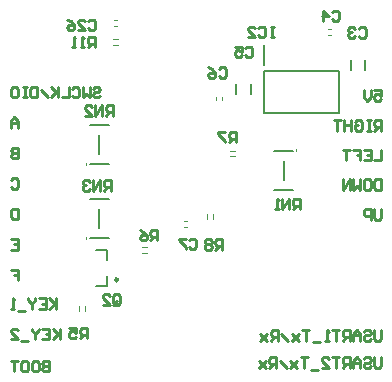
<source format=gbo>
G04*
G04 #@! TF.GenerationSoftware,Altium Limited,Altium Designer,20.0.2 (26)*
G04*
G04 Layer_Color=32896*
%FSLAX25Y25*%
%MOIN*%
G70*
G01*
G75*
%ADD10C,0.00984*%
%ADD11C,0.00787*%
%ADD12C,0.00394*%
%ADD13C,0.01000*%
D10*
X62878Y81921D02*
G03*
X62878Y81921I-492J0D01*
G01*
D11*
X52362Y120472D02*
G03*
X52362Y120079I0J-197D01*
G01*
D02*
G03*
X52362Y120472I0J197D01*
G01*
D02*
G03*
X52362Y120079I0J-197D01*
G01*
Y95866D02*
G03*
X52362Y95472I0J-197D01*
G01*
D02*
G03*
X52362Y95866I0J197D01*
G01*
D02*
G03*
X52362Y95472I0J-197D01*
G01*
X122441Y124803D02*
G03*
X122441Y125197I0J197D01*
G01*
D02*
G03*
X122441Y124803I0J-197D01*
G01*
D02*
G03*
X122441Y125197I0J197D01*
G01*
X53543Y120472D02*
X59842D01*
X56693Y123819D02*
Y130118D01*
X53543Y133465D02*
X59842D01*
X53543Y95866D02*
X59842D01*
X56693Y99213D02*
Y105512D01*
X53543Y108858D02*
X59842D01*
X55693Y79953D02*
X59236D01*
Y83102D01*
X55693Y91764D02*
X59236D01*
Y88614D02*
Y91764D01*
X107087Y143898D02*
Y147047D01*
X102362Y143898D02*
Y147047D01*
X145276Y151969D02*
Y155118D01*
X140551Y151969D02*
Y155118D01*
X111417Y137598D02*
Y151378D01*
Y137598D02*
X136614D01*
Y151378D01*
X111417D02*
X136614D01*
X111417Y153347D02*
Y160236D01*
X114961Y111811D02*
X121260D01*
X118110Y115157D02*
Y121457D01*
X114961Y124803D02*
X121260D01*
D12*
X61614Y168504D02*
X62598D01*
X61614Y166535D02*
X62598D01*
X61221Y162205D02*
X62795D01*
X61221Y160236D02*
X62795D01*
X84842Y101575D02*
X85827D01*
X84842Y99606D02*
X85827D01*
X49803Y71653D02*
Y73228D01*
X51772Y71653D02*
Y73228D01*
X71063Y90748D02*
X72638D01*
X71063Y92716D02*
X72638D01*
X92716Y102165D02*
Y103740D01*
X94685Y102165D02*
Y103740D01*
X100197Y123031D02*
X101772D01*
X100197Y125000D02*
X101772D01*
X95669Y141732D02*
Y142717D01*
X97638Y141732D02*
Y142717D01*
X132874Y163583D02*
X133858D01*
X132874Y165551D02*
X133858D01*
D13*
X150591Y56058D02*
Y53142D01*
X150007Y52559D01*
X148841D01*
X148258Y53142D01*
Y56058D01*
X144759Y55475D02*
X145342Y56058D01*
X146509D01*
X147092Y55475D01*
Y54892D01*
X146509Y54308D01*
X145342D01*
X144759Y53725D01*
Y53142D01*
X145342Y52559D01*
X146509D01*
X147092Y53142D01*
X143593Y52559D02*
Y54892D01*
X142427Y56058D01*
X141260Y54892D01*
Y52559D01*
Y54308D01*
X143593D01*
X140094Y52559D02*
Y56058D01*
X138345D01*
X137761Y55475D01*
Y54308D01*
X138345Y53725D01*
X140094D01*
X138928D02*
X137761Y52559D01*
X136595Y56058D02*
X134263D01*
X135429D01*
Y52559D01*
X130764D02*
X133096D01*
X130764Y54892D01*
Y55475D01*
X131347Y56058D01*
X132513D01*
X133096Y55475D01*
X129597Y51976D02*
X127265D01*
X126099Y56058D02*
X123766D01*
X124932D01*
Y52559D01*
X122600Y54892D02*
X120267Y52559D01*
X121433Y53725D01*
X120267Y54892D01*
X122600Y52559D01*
X119101D02*
X116768Y54892D01*
X115602Y52559D02*
Y56058D01*
X113852D01*
X113269Y55475D01*
Y54308D01*
X113852Y53725D01*
X115602D01*
X114436D02*
X113269Y52559D01*
X112103Y54892D02*
X109770Y52559D01*
X110937Y53725D01*
X109770Y54892D01*
X112103Y52559D01*
X150591Y65113D02*
Y62197D01*
X150007Y61614D01*
X148841D01*
X148258Y62197D01*
Y65113D01*
X144759Y64530D02*
X145342Y65113D01*
X146509D01*
X147092Y64530D01*
Y63947D01*
X146509Y63364D01*
X145342D01*
X144759Y62780D01*
Y62197D01*
X145342Y61614D01*
X146509D01*
X147092Y62197D01*
X143593Y61614D02*
Y63947D01*
X142427Y65113D01*
X141260Y63947D01*
Y61614D01*
Y63364D01*
X143593D01*
X140094Y61614D02*
Y65113D01*
X138345D01*
X137761Y64530D01*
Y63364D01*
X138345Y62780D01*
X140094D01*
X138928D02*
X137761Y61614D01*
X136595Y65113D02*
X134263D01*
X135429D01*
Y61614D01*
X133096D02*
X131930D01*
X132513D01*
Y65113D01*
X133096Y64530D01*
X130181Y61031D02*
X127848D01*
X126682Y65113D02*
X124349D01*
X125515D01*
Y61614D01*
X123183Y63947D02*
X120850Y61614D01*
X122017Y62780D01*
X120850Y63947D01*
X123183Y61614D01*
X119684D02*
X117351Y63947D01*
X116185Y61614D02*
Y65113D01*
X114436D01*
X113852Y64530D01*
Y63364D01*
X114436Y62780D01*
X116185D01*
X115019D02*
X113852Y61614D01*
X112686Y63947D02*
X110354Y61614D01*
X111520Y62780D01*
X110354Y63947D01*
X112686Y61614D01*
X150591Y105467D02*
Y102552D01*
X150007Y101969D01*
X148841D01*
X148258Y102552D01*
Y105467D01*
X147092Y101969D02*
Y105467D01*
X145342D01*
X144759Y104884D01*
Y103718D01*
X145342Y103135D01*
X147092D01*
X150591Y115359D02*
Y111860D01*
X148841D01*
X148258Y112443D01*
Y114776D01*
X148841Y115359D01*
X150591D01*
X145342D02*
X146509D01*
X147092Y114776D01*
Y112443D01*
X146509Y111860D01*
X145342D01*
X144759Y112443D01*
Y114776D01*
X145342Y115359D01*
X143593D02*
Y111860D01*
X142427Y113026D01*
X141260Y111860D01*
Y115359D01*
X140094Y111860D02*
Y115359D01*
X137761Y111860D01*
Y115359D01*
X150591Y125251D02*
Y121752D01*
X148258D01*
X144759Y125251D02*
X147092D01*
Y121752D01*
X144759D01*
X147092Y123501D02*
X145925D01*
X141260Y125251D02*
X143593D01*
Y123501D01*
X142427D01*
X143593D01*
Y121752D01*
X140094Y125251D02*
X137761D01*
X138928D01*
Y121752D01*
X150591Y131644D02*
Y135143D01*
X148841D01*
X148258Y134559D01*
Y133393D01*
X148841Y132810D01*
X150591D01*
X149424D02*
X148258Y131644D01*
X147092Y135143D02*
X145925D01*
X146509D01*
Y131644D01*
X147092D01*
X145925D01*
X141843Y134559D02*
X142427Y135143D01*
X143593D01*
X144176Y134559D01*
Y132227D01*
X143593Y131644D01*
X142427D01*
X141843Y132227D01*
Y133393D01*
X143010D01*
X140677Y135143D02*
Y131644D01*
Y133393D01*
X138345D01*
Y135143D01*
Y131644D01*
X137178Y135143D02*
X134846D01*
X136012D01*
Y131644D01*
X148258Y145034D02*
X150591D01*
Y143285D01*
X149424Y143868D01*
X148841D01*
X148258Y143285D01*
Y142119D01*
X148841Y141535D01*
X150007D01*
X150591Y142119D01*
X147092Y145034D02*
Y142702D01*
X145925Y141535D01*
X144759Y142702D01*
Y145034D01*
X40005Y54877D02*
Y51378D01*
X38256D01*
X37672Y51961D01*
Y52544D01*
X38256Y53127D01*
X40005D01*
X38256D01*
X37672Y53711D01*
Y54294D01*
X38256Y54877D01*
X40005D01*
X34757D02*
X35923D01*
X36506Y54294D01*
Y51961D01*
X35923Y51378D01*
X34757D01*
X34174Y51961D01*
Y54294D01*
X34757Y54877D01*
X31258D02*
X32424D01*
X33007Y54294D01*
Y51961D01*
X32424Y51378D01*
X31258D01*
X30675Y51961D01*
Y54294D01*
X31258Y54877D01*
X29509D02*
X27176D01*
X28342D01*
Y51378D01*
X43504Y65609D02*
Y62110D01*
Y63276D01*
X41171Y65609D01*
X42921Y63859D01*
X41171Y62110D01*
X37672Y65609D02*
X40005D01*
Y62110D01*
X37672D01*
X40005Y63859D02*
X38839D01*
X36506Y65609D02*
Y65026D01*
X35340Y63859D01*
X34174Y65026D01*
Y65609D01*
X35340Y63859D02*
Y62110D01*
X33007Y61527D02*
X30675D01*
X27176Y62110D02*
X29509D01*
X27176Y64442D01*
Y65026D01*
X27759Y65609D01*
X28925D01*
X29509Y65026D01*
X42338Y75757D02*
Y72259D01*
Y73425D01*
X40005Y75757D01*
X41754Y74008D01*
X40005Y72259D01*
X36506Y75757D02*
X38839D01*
Y72259D01*
X36506D01*
X38839Y74008D02*
X37672D01*
X35340Y75757D02*
Y75174D01*
X34174Y74008D01*
X33007Y75174D01*
Y75757D01*
X34174Y74008D02*
Y72259D01*
X31841Y71675D02*
X29509D01*
X28342Y72259D02*
X27176D01*
X27759D01*
Y75757D01*
X28342Y75174D01*
X27176Y85323D02*
X29509D01*
Y83574D01*
X28342D01*
X29509D01*
Y81824D01*
X27176Y95472D02*
X29509D01*
Y91973D01*
X27176D01*
X29509Y93722D02*
X28342D01*
X29509Y105621D02*
Y102122D01*
X27759D01*
X27176Y102705D01*
Y105037D01*
X27759Y105621D01*
X29509D01*
X27176Y115186D02*
X27759Y115769D01*
X28925D01*
X29509Y115186D01*
Y112854D01*
X28925Y112270D01*
X27759D01*
X27176Y112854D01*
X29509Y125918D02*
Y122419D01*
X27759D01*
X27176Y123002D01*
Y123585D01*
X27759Y124169D01*
X29509D01*
X27759D01*
X27176Y124752D01*
Y125335D01*
X27759Y125918D01*
X29509D01*
Y132568D02*
Y134900D01*
X28342Y136067D01*
X27176Y134900D01*
Y132568D01*
Y134317D01*
X29509D01*
X54584Y145632D02*
X55167Y146215D01*
X56333D01*
X56916Y145632D01*
Y145049D01*
X56333Y144466D01*
X55167D01*
X54584Y143883D01*
Y143300D01*
X55167Y142717D01*
X56333D01*
X56916Y143300D01*
X53417Y146215D02*
Y142717D01*
X52251Y143883D01*
X51085Y142717D01*
Y146215D01*
X47586Y145632D02*
X48169Y146215D01*
X49335D01*
X49918Y145632D01*
Y143300D01*
X49335Y142717D01*
X48169D01*
X47586Y143300D01*
X46420Y146215D02*
Y142717D01*
X44087D01*
X42921Y146215D02*
Y142717D01*
Y143883D01*
X40588Y146215D01*
X42338Y144466D01*
X40588Y142717D01*
X39422D02*
X37089Y145049D01*
X35923Y146215D02*
Y142717D01*
X34174D01*
X33590Y143300D01*
Y145632D01*
X34174Y146215D01*
X35923D01*
X32424D02*
X31258D01*
X31841D01*
Y142717D01*
X32424D01*
X31258D01*
X27759Y146215D02*
X28925D01*
X29509Y145632D01*
Y143300D01*
X28925Y142717D01*
X27759D01*
X27176Y143300D01*
Y145632D01*
X27759Y146215D01*
X55118Y159449D02*
Y162948D01*
X53369D01*
X52785Y162364D01*
Y161198D01*
X53369Y160615D01*
X55118D01*
X53952D02*
X52785Y159449D01*
X51619D02*
X50453D01*
X51036D01*
Y162948D01*
X51619Y162364D01*
X48704Y159449D02*
X47537D01*
X48120D01*
Y162948D01*
X48704Y162364D01*
X52982Y168073D02*
X53566Y168656D01*
X54732D01*
X55315Y168073D01*
Y165741D01*
X54732Y165157D01*
X53566D01*
X52982Y165741D01*
X49483Y165157D02*
X51816D01*
X49483Y167490D01*
Y168073D01*
X50067Y168656D01*
X51233D01*
X51816Y168073D01*
X45985Y168656D02*
X47151Y168073D01*
X48317Y166907D01*
Y165741D01*
X47734Y165157D01*
X46568D01*
X45985Y165741D01*
Y166324D01*
X46568Y166907D01*
X48317D01*
X97638Y91929D02*
Y95428D01*
X95888D01*
X95305Y94845D01*
Y93679D01*
X95888Y93095D01*
X97638D01*
X96472D02*
X95305Y91929D01*
X94139Y94845D02*
X93556Y95428D01*
X92390D01*
X91806Y94845D01*
Y94262D01*
X92390Y93679D01*
X91806Y93095D01*
Y92512D01*
X92390Y91929D01*
X93556D01*
X94139Y92512D01*
Y93095D01*
X93556Y93679D01*
X94139Y94262D01*
Y94845D01*
X93556Y93679D02*
X92390D01*
X86644Y95042D02*
X87227Y95625D01*
X88393D01*
X88976Y95042D01*
Y92709D01*
X88393Y92126D01*
X87227D01*
X86644Y92709D01*
X85478Y95625D02*
X83145D01*
Y95042D01*
X85478Y92709D01*
Y92126D01*
X60433Y111614D02*
Y115113D01*
X58684D01*
X58100Y114530D01*
Y113364D01*
X58684Y112780D01*
X60433D01*
X59267D02*
X58100Y111614D01*
X56934D02*
Y115113D01*
X54602Y111614D01*
Y115113D01*
X53435Y114530D02*
X52852Y115113D01*
X51686D01*
X51103Y114530D01*
Y113947D01*
X51686Y113364D01*
X52269D01*
X51686D01*
X51103Y112780D01*
Y112197D01*
X51686Y111614D01*
X52852D01*
X53435Y112197D01*
X61221Y136614D02*
Y140113D01*
X59471D01*
X58888Y139530D01*
Y138364D01*
X59471Y137780D01*
X61221D01*
X60054D02*
X58888Y136614D01*
X57722D02*
Y140113D01*
X55389Y136614D01*
Y140113D01*
X51890Y136614D02*
X54223D01*
X51890Y138947D01*
Y139530D01*
X52473Y140113D01*
X53640D01*
X54223Y139530D01*
X123425Y105512D02*
Y109011D01*
X121676D01*
X121093Y108428D01*
Y107261D01*
X121676Y106678D01*
X123425D01*
X122259D02*
X121093Y105512D01*
X119926D02*
Y109011D01*
X117594Y105512D01*
Y109011D01*
X116428Y105512D02*
X115261D01*
X115844D01*
Y109011D01*
X116428Y108428D01*
X75984Y95079D02*
Y98578D01*
X74235D01*
X73652Y97995D01*
Y96828D01*
X74235Y96245D01*
X75984D01*
X74818D02*
X73652Y95079D01*
X70153Y98578D02*
X71319Y97995D01*
X72485Y96828D01*
Y95662D01*
X71902Y95079D01*
X70736D01*
X70153Y95662D01*
Y96245D01*
X70736Y96828D01*
X72485D01*
X52559Y62402D02*
Y65900D01*
X50810D01*
X50226Y65317D01*
Y64151D01*
X50810Y63568D01*
X52559D01*
X51393D02*
X50226Y62402D01*
X46728Y65900D02*
X49060D01*
Y64151D01*
X47894Y64734D01*
X47311D01*
X46728Y64151D01*
Y62985D01*
X47311Y62402D01*
X48477D01*
X49060Y62985D01*
X102165Y127756D02*
Y131255D01*
X100416D01*
X99833Y130672D01*
Y129505D01*
X100416Y128922D01*
X102165D01*
X100999D02*
X99833Y127756D01*
X98667Y131255D02*
X96334D01*
Y130672D01*
X98667Y128339D01*
Y127756D01*
X61250Y74205D02*
Y76538D01*
X61833Y77121D01*
X62999D01*
X63583Y76538D01*
Y74205D01*
X62999Y73622D01*
X61833D01*
X62416Y74788D02*
X61250Y73622D01*
X61833D02*
X61250Y74205D01*
X57751Y73622D02*
X60084D01*
X57751Y75955D01*
Y76538D01*
X58334Y77121D01*
X59501D01*
X60084Y76538D01*
X114961Y166294D02*
X113794D01*
X114377D01*
Y162795D01*
X114961D01*
X113794D01*
X109712Y165711D02*
X110295Y166294D01*
X111462D01*
X112045Y165711D01*
Y163378D01*
X111462Y162795D01*
X110295D01*
X109712Y163378D01*
X106213Y162795D02*
X108546D01*
X106213Y165128D01*
Y165711D01*
X106797Y166294D01*
X107963D01*
X108546Y165711D01*
X96486Y152128D02*
X97070Y152711D01*
X98236D01*
X98819Y152128D01*
Y149796D01*
X98236Y149213D01*
X97070D01*
X96486Y149796D01*
X92988Y152711D02*
X94154Y152128D01*
X95320Y150962D01*
Y149796D01*
X94737Y149213D01*
X93571D01*
X92988Y149796D01*
Y150379D01*
X93571Y150962D01*
X95320D01*
X105345Y159018D02*
X105928Y159601D01*
X107094D01*
X107677Y159018D01*
Y156685D01*
X107094Y156102D01*
X105928D01*
X105345Y156685D01*
X101846Y159601D02*
X104178D01*
Y157852D01*
X103012Y158435D01*
X102429D01*
X101846Y157852D01*
Y156685D01*
X102429Y156102D01*
X103595D01*
X104178Y156685D01*
X134282Y171026D02*
X134865Y171609D01*
X136031D01*
X136614Y171026D01*
Y168693D01*
X136031Y168110D01*
X134865D01*
X134282Y168693D01*
X131366Y168110D02*
Y171609D01*
X133115Y169860D01*
X130783D01*
X143140Y165514D02*
X143723Y166097D01*
X144889D01*
X145473Y165514D01*
Y163182D01*
X144889Y162598D01*
X143723D01*
X143140Y163182D01*
X141974Y165514D02*
X141390Y166097D01*
X140224D01*
X139641Y165514D01*
Y164931D01*
X140224Y164348D01*
X140807D01*
X140224D01*
X139641Y163765D01*
Y163182D01*
X140224Y162598D01*
X141390D01*
X141974Y163182D01*
M02*

</source>
